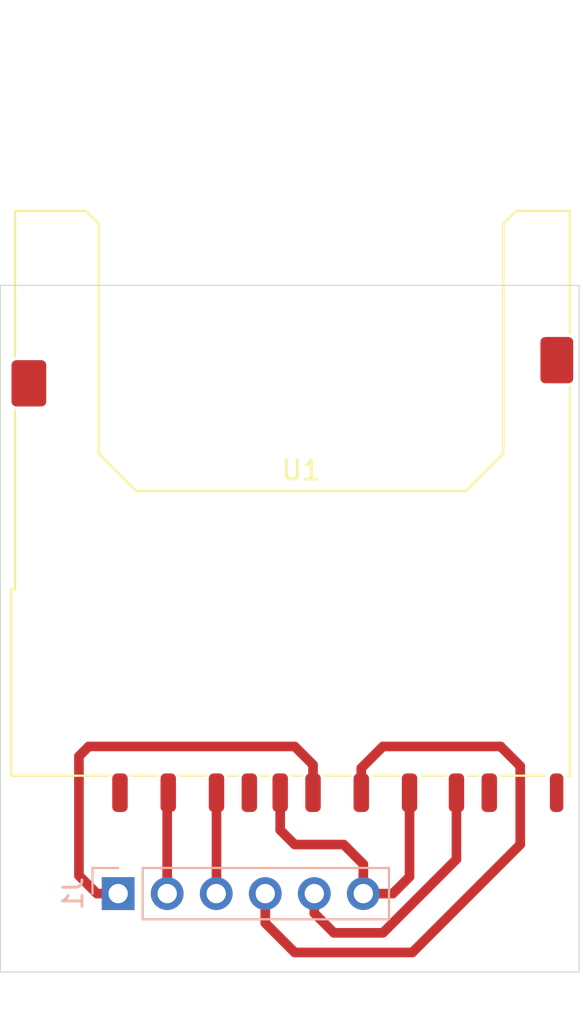
<source format=kicad_pcb>
(kicad_pcb (version 20171130) (host pcbnew 5.1.5+dfsg1-2build2)

  (general
    (thickness 1.6)
    (drawings 4)
    (tracks 33)
    (zones 0)
    (modules 2)
    (nets 9)
  )

  (page A4)
  (layers
    (0 F.Cu signal)
    (31 B.Cu signal)
    (32 B.Adhes user)
    (33 F.Adhes user)
    (34 B.Paste user)
    (35 F.Paste user)
    (36 B.SilkS user)
    (37 F.SilkS user)
    (38 B.Mask user)
    (39 F.Mask user)
    (40 Dwgs.User user)
    (41 Cmts.User user)
    (42 Eco1.User user)
    (43 Eco2.User user)
    (44 Edge.Cuts user)
    (45 Margin user)
    (46 B.CrtYd user)
    (47 F.CrtYd user)
    (48 B.Fab user)
    (49 F.Fab user)
  )

  (setup
    (last_trace_width 0.5)
    (user_trace_width 0.5)
    (user_trace_width 1)
    (trace_clearance 0.2)
    (zone_clearance 0.508)
    (zone_45_only no)
    (trace_min 0.2)
    (via_size 0.8)
    (via_drill 0.4)
    (via_min_size 0.4)
    (via_min_drill 0.3)
    (uvia_size 0.3)
    (uvia_drill 0.1)
    (uvias_allowed no)
    (uvia_min_size 0.2)
    (uvia_min_drill 0.1)
    (edge_width 0.05)
    (segment_width 0.2)
    (pcb_text_width 0.3)
    (pcb_text_size 1.5 1.5)
    (mod_edge_width 0.12)
    (mod_text_size 1 1)
    (mod_text_width 0.15)
    (pad_size 1.524 1.524)
    (pad_drill 0.762)
    (pad_to_mask_clearance 0.051)
    (solder_mask_min_width 0.25)
    (aux_axis_origin 0 0)
    (visible_elements FFFFFF7F)
    (pcbplotparams
      (layerselection 0x010fc_ffffffff)
      (usegerberextensions false)
      (usegerberattributes false)
      (usegerberadvancedattributes false)
      (creategerberjobfile false)
      (excludeedgelayer true)
      (linewidth 0.100000)
      (plotframeref false)
      (viasonmask false)
      (mode 1)
      (useauxorigin false)
      (hpglpennumber 1)
      (hpglpenspeed 20)
      (hpglpendiameter 15.000000)
      (psnegative false)
      (psa4output false)
      (plotreference true)
      (plotvalue true)
      (plotinvisibletext false)
      (padsonsilk false)
      (subtractmaskfromsilk false)
      (outputformat 1)
      (mirror false)
      (drillshape 1)
      (scaleselection 1)
      (outputdirectory ""))
  )

  (net 0 "")
  (net 1 /+1,8V)
  (net 2 /MISO)
  (net 3 /SCK)
  (net 4 /MOSI)
  (net 5 /CS)
  (net 6 /+5V)
  (net 7 "Net-(U1-Pad8)")
  (net 8 "Net-(U1-Pad9)")

  (net_class Default "To jest domyślna klasa połączeń."
    (clearance 0.2)
    (trace_width 0.25)
    (via_dia 0.8)
    (via_drill 0.4)
    (uvia_dia 0.3)
    (uvia_drill 0.1)
    (add_net /+1,8V)
    (add_net /+5V)
    (add_net /CS)
    (add_net /MISO)
    (add_net /MOSI)
    (add_net /SCK)
    (add_net "Net-(U1-Pad8)")
    (add_net "Net-(U1-Pad9)")
  )

  (module Connector_Card:SD_Kyocera_145638009511859+ (layer F.Cu) (tedit 5B807B71) (tstamp 62F6D58B)
    (at 29.286 47.011)
    (descr "SD Card Connector, Normal Type, Outer Tail, Spring Eject Type (https://global.kyocera.com/prdct/electro/product/pdf/5638.pdf)")
    (tags "sd card smt")
    (path /62F53B84)
    (attr smd)
    (fp_text reference U1 (at 0 -9.5) (layer F.SilkS)
      (effects (font (size 1 1) (thickness 0.15)))
    )
    (fp_text value SD (at 0 -5) (layer F.Fab)
      (effects (font (size 1 1) (thickness 0.15)))
    )
    (fp_line (start -14.82 -3.32) (end -15.02 -3.32) (layer F.SilkS) (width 0.12))
    (fp_line (start -14.7 -3.2) (end -14.9 -3.2) (layer F.Fab) (width 0.1))
    (fp_arc (start -11 -32.8) (end -11 -33.8) (angle -90) (layer F.Fab) (width 0.1))
    (fp_arc (start 11 -32.8) (end 11 -33.8) (angle 90) (layer F.Fab) (width 0.1))
    (fp_line (start 11 -33.8) (end -11 -33.8) (layer F.Fab) (width 0.1))
    (fp_line (start -15.5 8.7) (end -15.5 -23.3) (layer F.CrtYd) (width 0.05))
    (fp_line (start 14.6 8.7) (end -15.5 8.7) (layer F.CrtYd) (width 0.05))
    (fp_line (start 14.6 -23.3) (end 14.6 8.7) (layer F.CrtYd) (width 0.05))
    (fp_line (start -15.5 -23.3) (end 14.6 -23.3) (layer F.CrtYd) (width 0.05))
    (fp_text user "Copper Keep Out" (at 0 -1.9) (layer Cmts.User)
      (effects (font (size 1 1) (thickness 0.15)))
    )
    (fp_line (start 10 0.2) (end 10.5 -0.3) (layer Dwgs.User) (width 0.1))
    (fp_line (start 9 0.2) (end 10.5 -1.3) (layer Dwgs.User) (width 0.1))
    (fp_line (start 8 0.2) (end 10.5 -2.3) (layer Dwgs.User) (width 0.1))
    (fp_line (start 7 0.2) (end 10.5 -3.3) (layer Dwgs.User) (width 0.1))
    (fp_line (start -10 -0.8) (end -7 -3.8) (layer Dwgs.User) (width 0.1))
    (fp_line (start -10 -1.8) (end -8 -3.8) (layer Dwgs.User) (width 0.1))
    (fp_line (start -10 -2.8) (end -9 -3.8) (layer Dwgs.User) (width 0.1))
    (fp_line (start -7 0.2) (end -3 -3.8) (layer Dwgs.User) (width 0.1))
    (fp_line (start -6 0.2) (end -2 -3.8) (layer Dwgs.User) (width 0.1))
    (fp_line (start -4 0.2) (end 0 -3.8) (layer Dwgs.User) (width 0.1))
    (fp_line (start -5 0.2) (end -1 -3.8) (layer Dwgs.User) (width 0.1))
    (fp_line (start -10 0.2) (end -6 -3.8) (layer Dwgs.User) (width 0.1))
    (fp_line (start -2 0.2) (end 2 -3.8) (layer Dwgs.User) (width 0.1))
    (fp_line (start -1 0.2) (end 3 -3.8) (layer Dwgs.User) (width 0.1))
    (fp_line (start -3 0.2) (end 1 -3.8) (layer Dwgs.User) (width 0.1))
    (fp_line (start -8 0.2) (end -4 -3.8) (layer Dwgs.User) (width 0.1))
    (fp_line (start -9 0.2) (end -5 -3.8) (layer Dwgs.User) (width 0.1))
    (fp_line (start 4 0.2) (end 8 -3.8) (layer Dwgs.User) (width 0.1))
    (fp_line (start 5 0.2) (end 9 -3.8) (layer Dwgs.User) (width 0.1))
    (fp_line (start 6 0.2) (end 10 -3.8) (layer Dwgs.User) (width 0.1))
    (fp_line (start 2 0.2) (end 6 -3.8) (layer Dwgs.User) (width 0.1))
    (fp_line (start 3 0.2) (end 7 -3.8) (layer Dwgs.User) (width 0.1))
    (fp_line (start 1 0.2) (end 5 -3.8) (layer Dwgs.User) (width 0.1))
    (fp_line (start 0 0.2) (end 4 -3.8) (layer Dwgs.User) (width 0.1))
    (fp_line (start 10.33 6.32) (end 12.66 6.32) (layer F.SilkS) (width 0.12))
    (fp_line (start 8.63 6.32) (end 9.17 6.32) (layer F.SilkS) (width 0.12))
    (fp_line (start 6.2 6.32) (end 7.47 6.32) (layer F.SilkS) (width 0.12))
    (fp_line (start 3.7 6.32) (end 5.04 6.32) (layer F.SilkS) (width 0.12))
    (fp_line (start 1.2 6.32) (end 2.54 6.32) (layer F.SilkS) (width 0.12))
    (fp_line (start -0.5 6.32) (end 0.04 6.32) (layer F.SilkS) (width 0.12))
    (fp_line (start -2.1 6.32) (end -1.66 6.32) (layer F.SilkS) (width 0.12))
    (fp_line (start -3.8 6.32) (end -3.26 6.32) (layer F.SilkS) (width 0.12))
    (fp_line (start -6.3 6.32) (end -4.96 6.32) (layer F.SilkS) (width 0.12))
    (fp_line (start -8.8 6.32) (end -7.46 6.32) (layer F.SilkS) (width 0.12))
    (fp_line (start -15.02 6.32) (end -9.96 6.32) (layer F.SilkS) (width 0.12))
    (fp_line (start 13.82 6.32) (end 13.92 6.32) (layer F.SilkS) (width 0.12))
    (fp_line (start -14.82 -3.32) (end -14.82 -12.62) (layer F.SilkS) (width 0.12))
    (fp_line (start -15.02 -3.32) (end -15.02 6.32) (layer F.SilkS) (width 0.12))
    (fp_line (start -8.54 -8.42) (end -10.48 -10.36) (layer F.SilkS) (width 0.12))
    (fp_line (start 8.54 -8.42) (end 10.48 -10.36) (layer F.SilkS) (width 0.12))
    (fp_line (start 8.54 -8.42) (end -8.54 -8.42) (layer F.SilkS) (width 0.12))
    (fp_line (start -14.82 -15.38) (end -14.82 -22.92) (layer F.SilkS) (width 0.12))
    (fp_line (start -10.48 -22.26) (end -10.48 -10.36) (layer F.SilkS) (width 0.12))
    (fp_line (start -10.48 -22.26) (end -11.14 -22.92) (layer F.SilkS) (width 0.12))
    (fp_line (start -14.82 -22.92) (end -11.14 -22.92) (layer F.SilkS) (width 0.12))
    (fp_line (start 13.92 6.32) (end 13.92 -13.82) (layer F.SilkS) (width 0.12))
    (fp_line (start 13.92 -16.58) (end 13.92 -22.92) (layer F.SilkS) (width 0.12))
    (fp_line (start 10.48 -22.26) (end 10.48 -10.36) (layer F.SilkS) (width 0.12))
    (fp_line (start 10.48 -22.26) (end 11.14 -22.92) (layer F.SilkS) (width 0.12))
    (fp_line (start 13.92 -22.92) (end 11.14 -22.92) (layer F.SilkS) (width 0.12))
    (fp_line (start 8.6 -8.3) (end 10.6 -10.3) (layer F.Fab) (width 0.1))
    (fp_line (start -10.6 -10.3) (end -8.6 -8.3) (layer F.Fab) (width 0.1))
    (fp_line (start -11.2 -22.8) (end -10.6 -22.2) (layer F.Fab) (width 0.1))
    (fp_line (start 10.6 -22.2) (end 11.2 -22.8) (layer F.Fab) (width 0.1))
    (fp_arc (start -11 -27.8) (end -11 -28.8) (angle -90) (layer F.Fab) (width 0.1))
    (fp_arc (start 11 -27.8) (end 11 -28.8) (angle 90) (layer F.Fab) (width 0.1))
    (fp_line (start -12 -32.8) (end -12 -22.8) (layer F.Fab) (width 0.1))
    (fp_line (start 11 -28.8) (end -11 -28.8) (layer F.Fab) (width 0.1))
    (fp_line (start 12 -22.8) (end 12 -32.8) (layer F.Fab) (width 0.1))
    (fp_line (start 10.5 0.2) (end -10 0.2) (layer Dwgs.User) (width 0.1))
    (fp_line (start 10.5 -3.8) (end 10.5 0.2) (layer Dwgs.User) (width 0.1))
    (fp_line (start -10 -3.8) (end 10.5 -3.8) (layer Dwgs.User) (width 0.1))
    (fp_line (start -10 0.2) (end -10 -3.8) (layer Dwgs.User) (width 0.1))
    (fp_line (start -14.9 6.2) (end 13.8 6.2) (layer F.Fab) (width 0.1))
    (fp_line (start -14.9 -3.2) (end -14.9 6.2) (layer F.Fab) (width 0.1))
    (fp_line (start -14.7 -22.8) (end -14.7 -3.2) (layer F.Fab) (width 0.1))
    (fp_line (start -11.2 -22.8) (end -14.7 -22.8) (layer F.Fab) (width 0.1))
    (fp_line (start -10.6 -10.3) (end -10.6 -22.2) (layer F.Fab) (width 0.1))
    (fp_line (start 8.6 -8.3) (end -8.6 -8.3) (layer F.Fab) (width 0.1))
    (fp_line (start 10.6 -22.2) (end 10.6 -10.3) (layer F.Fab) (width 0.1))
    (fp_line (start 13.8 -22.8) (end 11.2 -22.8) (layer F.Fab) (width 0.1))
    (fp_line (start 13.8 6.2) (end 13.8 -22.8) (layer F.Fab) (width 0.1))
    (fp_text user %R (at 0 -7) (layer F.Fab)
      (effects (font (size 1 1) (thickness 0.15)))
    )
    (pad "" smd roundrect (at -14.1 -14) (size 1.8 2.4) (layers F.Cu F.Paste F.Mask) (roundrect_rratio 0.139))
    (pad SH smd roundrect (at 13.25 -15.2) (size 1.7 2.4) (layers F.Cu F.Paste F.Mask) (roundrect_rratio 0.147))
    (pad "" np_thru_hole circle (at -12.1 -17.3) (size 1.5 1.5) (drill 1.5) (layers *.Cu *.Mask))
    (pad "" np_thru_hole circle (at 12.1 -17.3) (size 1.5 1.5) (drill 1.5) (layers *.Cu *.Mask))
    (pad 11 smd roundrect (at 13.24 7.2) (size 0.7 2) (layers F.Cu F.Paste F.Mask) (roundrect_rratio 0.357))
    (pad 8 smd roundrect (at 9.75 7.2) (size 0.8 2) (layers F.Cu F.Paste F.Mask) (roundrect_rratio 0.313)
      (net 7 "Net-(U1-Pad8)"))
    (pad 7 smd roundrect (at 8.05 7.2) (size 0.8 2) (layers F.Cu F.Paste F.Mask) (roundrect_rratio 0.313)
      (net 2 /MISO))
    (pad 6 smd roundrect (at 5.62 7.2) (size 0.8 2) (layers F.Cu F.Paste F.Mask) (roundrect_rratio 0.313)
      (net 1 /+1,8V))
    (pad 5 smd roundrect (at 3.12 7.2) (size 0.8 2) (layers F.Cu F.Paste F.Mask) (roundrect_rratio 0.313)
      (net 3 /SCK))
    (pad 4 smd roundrect (at 0.62 7.2) (size 0.8 2) (layers F.Cu F.Paste F.Mask) (roundrect_rratio 0.313)
      (net 6 /+5V))
    (pad 3 smd roundrect (at -1.08 7.2) (size 0.8 2) (layers F.Cu F.Paste F.Mask) (roundrect_rratio 0.313)
      (net 1 /+1,8V))
    (pad 10 smd roundrect (at -2.68 7.2) (size 0.8 2) (layers F.Cu F.Paste F.Mask) (roundrect_rratio 0.313))
    (pad 2 smd roundrect (at -4.38 7.2) (size 0.8 2) (layers F.Cu F.Paste F.Mask) (roundrect_rratio 0.313)
      (net 4 /MOSI))
    (pad 1 smd roundrect (at -6.88 7.2) (size 0.8 2) (layers F.Cu F.Paste F.Mask) (roundrect_rratio 0.313)
      (net 5 /CS))
    (pad 9 smd roundrect (at -9.38 7.2) (size 0.8 2) (layers F.Cu F.Paste F.Mask) (roundrect_rratio 0.313)
      (net 8 "Net-(U1-Pad9)"))
    (model ${KISYS3DMOD}/Connector_Card.3dshapes/SD_Kyocera_145638009511859+.wrl
      (at (xyz 0 0 0))
      (scale (xyz 1 1 1))
      (rotate (xyz 0 0 0))
    )
  )

  (module Connector_PinHeader_2.54mm:PinHeader_1x06_P2.54mm_Vertical (layer B.Cu) (tedit 59FED5CC) (tstamp 62F6D525)
    (at 19.812 59.436 270)
    (descr "Through hole straight pin header, 1x06, 2.54mm pitch, single row")
    (tags "Through hole pin header THT 1x06 2.54mm single row")
    (path /62F5505E)
    (fp_text reference J1 (at 0 2.33 270) (layer B.SilkS)
      (effects (font (size 1 1) (thickness 0.15)) (justify mirror))
    )
    (fp_text value Conn_01x06_Male (at 0 -15.03 270) (layer B.Fab)
      (effects (font (size 1 1) (thickness 0.15)) (justify mirror))
    )
    (fp_text user %R (at 0 -6.35) (layer B.Fab)
      (effects (font (size 1 1) (thickness 0.15)) (justify mirror))
    )
    (fp_line (start 1.8 1.8) (end -1.8 1.8) (layer B.CrtYd) (width 0.05))
    (fp_line (start 1.8 -14.5) (end 1.8 1.8) (layer B.CrtYd) (width 0.05))
    (fp_line (start -1.8 -14.5) (end 1.8 -14.5) (layer B.CrtYd) (width 0.05))
    (fp_line (start -1.8 1.8) (end -1.8 -14.5) (layer B.CrtYd) (width 0.05))
    (fp_line (start -1.33 1.33) (end 0 1.33) (layer B.SilkS) (width 0.12))
    (fp_line (start -1.33 0) (end -1.33 1.33) (layer B.SilkS) (width 0.12))
    (fp_line (start -1.33 -1.27) (end 1.33 -1.27) (layer B.SilkS) (width 0.12))
    (fp_line (start 1.33 -1.27) (end 1.33 -14.03) (layer B.SilkS) (width 0.12))
    (fp_line (start -1.33 -1.27) (end -1.33 -14.03) (layer B.SilkS) (width 0.12))
    (fp_line (start -1.33 -14.03) (end 1.33 -14.03) (layer B.SilkS) (width 0.12))
    (fp_line (start -1.27 0.635) (end -0.635 1.27) (layer B.Fab) (width 0.1))
    (fp_line (start -1.27 -13.97) (end -1.27 0.635) (layer B.Fab) (width 0.1))
    (fp_line (start 1.27 -13.97) (end -1.27 -13.97) (layer B.Fab) (width 0.1))
    (fp_line (start 1.27 1.27) (end 1.27 -13.97) (layer B.Fab) (width 0.1))
    (fp_line (start -0.635 1.27) (end 1.27 1.27) (layer B.Fab) (width 0.1))
    (pad 6 thru_hole oval (at 0 -12.7 270) (size 1.7 1.7) (drill 1) (layers *.Cu *.Mask)
      (net 1 /+1,8V))
    (pad 5 thru_hole oval (at 0 -10.16 270) (size 1.7 1.7) (drill 1) (layers *.Cu *.Mask)
      (net 2 /MISO))
    (pad 4 thru_hole oval (at 0 -7.62 270) (size 1.7 1.7) (drill 1) (layers *.Cu *.Mask)
      (net 3 /SCK))
    (pad 3 thru_hole oval (at 0 -5.08 270) (size 1.7 1.7) (drill 1) (layers *.Cu *.Mask)
      (net 4 /MOSI))
    (pad 2 thru_hole oval (at 0 -2.54 270) (size 1.7 1.7) (drill 1) (layers *.Cu *.Mask)
      (net 5 /CS))
    (pad 1 thru_hole rect (at 0 0 270) (size 1.7 1.7) (drill 1) (layers *.Cu *.Mask)
      (net 6 /+5V))
    (model ${KISYS3DMOD}/Connector_PinHeader_2.54mm.3dshapes/PinHeader_1x06_P2.54mm_Vertical.wrl
      (at (xyz 0 0 0))
      (scale (xyz 1 1 1))
      (rotate (xyz 0 0 0))
    )
  )

  (gr_line (start 43.688 27.94) (end 13.716 27.94) (layer Edge.Cuts) (width 0.05) (tstamp 62F6DBAF))
  (gr_line (start 43.688 63.5) (end 43.688 27.94) (layer Edge.Cuts) (width 0.05))
  (gr_line (start 13.716 63.5) (end 43.688 63.5) (layer Edge.Cuts) (width 0.05))
  (gr_line (start 13.716 27.94) (end 13.716 63.5) (layer Edge.Cuts) (width 0.05))

  (segment (start 34.906 58.566) (end 34.906 54.211) (width 0.5) (layer F.Cu) (net 1))
  (segment (start 34.036 59.436) (end 34.906 58.566) (width 0.5) (layer F.Cu) (net 1))
  (segment (start 32.512 59.436) (end 34.036 59.436) (width 0.5) (layer F.Cu) (net 1))
  (segment (start 28.206 56.146) (end 28.206 54.211) (width 0.5) (layer F.Cu) (net 1))
  (segment (start 28.956 56.896) (end 28.206 56.146) (width 0.5) (layer F.Cu) (net 1))
  (segment (start 31.496 56.896) (end 28.956 56.896) (width 0.5) (layer F.Cu) (net 1))
  (segment (start 32.512 57.912) (end 31.496 56.896) (width 0.5) (layer F.Cu) (net 1))
  (segment (start 32.512 59.436) (end 32.512 57.912) (width 0.5) (layer F.Cu) (net 1))
  (segment (start 37.336 57.66) (end 37.336 54.211) (width 0.5) (layer F.Cu) (net 2))
  (segment (start 33.528 61.468) (end 37.336 57.66) (width 0.5) (layer F.Cu) (net 2))
  (segment (start 30.988 61.468) (end 33.528 61.468) (width 0.5) (layer F.Cu) (net 2))
  (segment (start 29.972 60.452) (end 30.988 61.468) (width 0.5) (layer F.Cu) (net 2))
  (segment (start 29.972 59.436) (end 29.972 60.452) (width 0.5) (layer F.Cu) (net 2))
  (segment (start 32.406 52.938) (end 32.406 54.211) (width 0.5) (layer F.Cu) (net 3))
  (segment (start 33.528 51.816) (end 32.406 52.938) (width 0.5) (layer F.Cu) (net 3))
  (segment (start 39.624 51.816) (end 33.528 51.816) (width 0.5) (layer F.Cu) (net 3))
  (segment (start 40.64 56.896) (end 40.64 52.832) (width 0.5) (layer F.Cu) (net 3))
  (segment (start 35.052 62.484) (end 40.64 56.896) (width 0.5) (layer F.Cu) (net 3))
  (segment (start 28.956 62.484) (end 35.052 62.484) (width 0.5) (layer F.Cu) (net 3))
  (segment (start 40.64 52.832) (end 39.624 51.816) (width 0.5) (layer F.Cu) (net 3))
  (segment (start 27.432 60.96) (end 28.956 62.484) (width 0.5) (layer F.Cu) (net 3))
  (segment (start 27.432 59.436) (end 27.432 60.96) (width 0.5) (layer F.Cu) (net 3))
  (segment (start 24.906 59.422) (end 24.892 59.436) (width 0.5) (layer F.Cu) (net 4))
  (segment (start 24.906 54.211) (end 24.906 59.422) (width 0.5) (layer F.Cu) (net 4))
  (segment (start 22.352 54.265) (end 22.406 54.211) (width 0.5) (layer F.Cu) (net 5))
  (segment (start 22.352 59.436) (end 22.352 54.265) (width 0.5) (layer F.Cu) (net 5))
  (segment (start 18.712 59.436) (end 19.812 59.436) (width 0.5) (layer F.Cu) (net 6))
  (segment (start 17.78 58.504) (end 18.712 59.436) (width 0.5) (layer F.Cu) (net 6))
  (segment (start 17.78 52.324) (end 17.78 58.504) (width 0.5) (layer F.Cu) (net 6))
  (segment (start 18.288 51.816) (end 17.78 52.324) (width 0.5) (layer F.Cu) (net 6))
  (segment (start 28.956 51.816) (end 18.288 51.816) (width 0.5) (layer F.Cu) (net 6))
  (segment (start 29.906 52.766) (end 28.956 51.816) (width 0.5) (layer F.Cu) (net 6))
  (segment (start 29.906 54.211) (end 29.906 52.766) (width 0.5) (layer F.Cu) (net 6))

)

</source>
